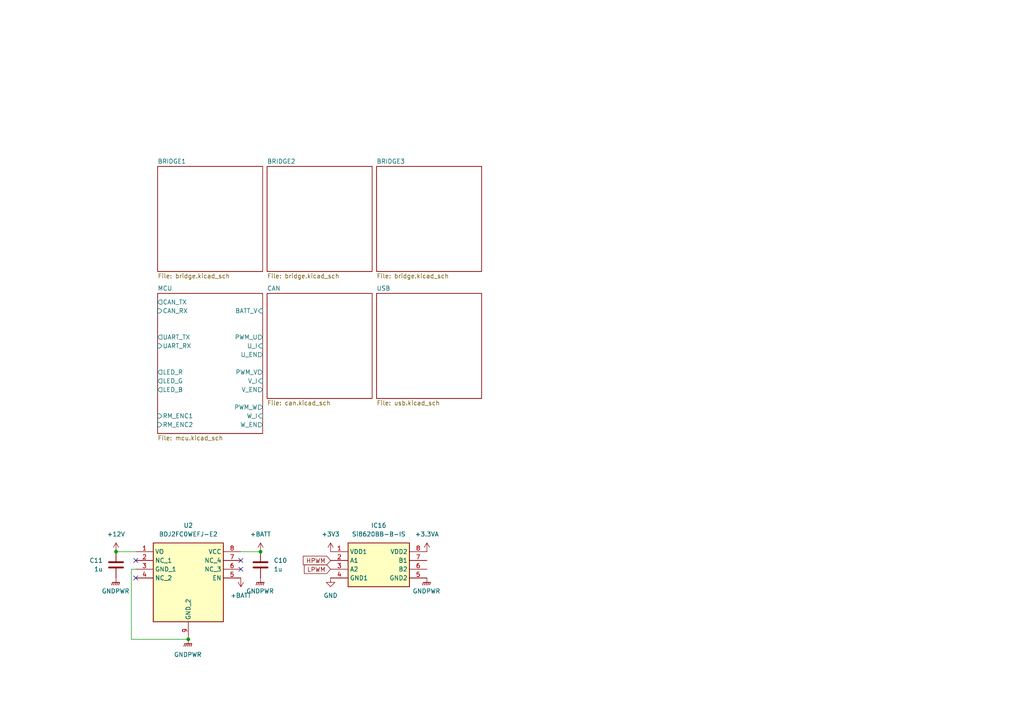
<source format=kicad_sch>
(kicad_sch (version 20230121) (generator eeschema)
  (paper "A4")
  (lib_symbols
    (symbol "BDJ2FC0WEFJ-E2:BDJ2FC0WEFJ-E2"
      (property "Reference" "U" (at 26.67 7.62 0))
      (property "Value" "BDJ2FC0WEFJ-E2" (at 26.67 5.08 0))
      (symbol "BDJ2FC0WEFJ-E2_1_1"
        (rectangle (start 5.08 2.54) (end 25.4 -20.32) (stroke (width 0.254)) (fill (type background)))
        (pin output line (at 0 0 0) (length 5.08) (name "VO") (number "1"))
        (pin passive line (at 0 -2.54 0) (length 5.08) (name "NC_1") (number "2"))
        (pin power_in line (at 0 -5.08 0) (length 5.08) (name "GND_1") (number "3"))
        (pin passive line (at 0 -7.62 0) (length 5.08) (name "NC_2") (number "4"))
        (pin input line (at 30.48 -7.62 180) (length 5.08) (name "EN") (number "5"))
        (pin passive line (at 30.48 -5.08 180) (length 5.08) (name "NC_3") (number "6"))
        (pin passive line (at 30.48 -2.54 180) (length 5.08) (name "NC_4") (number "7"))
        (pin power_in line (at 30.48 0 180) (length 5.08) (name "VCC") (number "8"))
        (pin power_in line (at 15.24 -25.4 90) (length 5.08) (name "GND_2") (number "9"))
      )
    )
    (symbol "Device:C" (pin_numbers hide) (pin_names (offset 0.254))
      (property "Reference" "C" (at 0.635 2.54 0))
      (property "Value" "C" (at 0.635 -2.54 0))
      (symbol "C_0_1"
        (polyline (pts (xy -2.032 -0.762) (xy 2.032 -0.762)) (stroke (width 0.508)))
        (polyline (pts (xy -2.032 0.762) (xy 2.032 0.762)) (stroke (width 0.508)))
      )
      (symbol "C_1_1"
        (pin passive line (at 0 3.81 270) (length 2.794) (name "~") (number "1"))
        (pin passive line (at 0 -3.81 90) (length 2.794) (name "~") (number "2"))
      )
    )
    (symbol "Si8620BB-B-IS:Si8620BB-B-IS"
      (property "Reference" "IC" (at 24.13 7.62 0))
      (property "Value" "Si8620BB-B-IS" (at 24.13 5.08 0))
      (symbol "Si8620BB-B-IS_1_1"
        (rectangle (start 5.08 2.54) (end 22.86 -10.16) (stroke (width 0.254)) (fill (type background)))
        (pin power_in line (at 0 0 0) (length 5.08) (name "VDD1") (number "1"))
        (pin input line (at 0 -2.54 0) (length 5.08) (name "A1") (number "2"))
        (pin input line (at 0 -5.08 0) (length 5.08) (name "A2") (number "3"))
        (pin power_in line (at 0 -7.62 0) (length 5.08) (name "GND1") (number "4"))
        (pin power_in line (at 27.94 -7.62 180) (length 5.08) (name "GND2") (number "5"))
        (pin output line (at 27.94 -5.08 180) (length 5.08) (name "B2") (number "6"))
        (pin output line (at 27.94 -2.54 180) (length 5.08) (name "B1") (number "7"))
        (pin power_in line (at 27.94 0 180) (length 5.08) (name "VDD2") (number "8"))
      )
    )
    (symbol "power:+12V" (power) (pin_names (offset 0))
      (property "Value" "+12V" (at 0 3.556 0))
      (symbol "+12V_0_1"
        (polyline (pts (xy -0.762 1.27) (xy 0 2.54)))
        (polyline (pts (xy 0 0) (xy 0 2.54)))
        (polyline (pts (xy 0 2.54) (xy 0.762 1.27)))
      )
      (symbol "+12V_1_1"
        (pin power_in line (at 0 0 90) (length 0) hide (name "+12V") (number "1"))
      )
    )
    (symbol "power:+3.3VA" (power) (pin_names (offset 0))
      (property "Value" "+3.3VA" (at 0 3.556 0))
      (symbol "+3.3VA_0_1"
        (polyline (pts (xy -0.762 1.27) (xy 0 2.54)))
        (polyline (pts (xy 0 0) (xy 0 2.54)))
        (polyline (pts (xy 0 2.54) (xy 0.762 1.27)))
      )
      (symbol "+3.3VA_1_1"
        (pin power_in line (at 0 0 90) (length 0) hide (name "+3.3VA") (number "1"))
      )
    )
    (symbol "power:+3V3" (power) (pin_names (offset 0))
      (property "Value" "+3V3" (at 0 3.556 0))
      (symbol "+3V3_0_1"
        (polyline (pts (xy -0.762 1.27) (xy 0 2.54)))
        (polyline (pts (xy 0 0) (xy 0 2.54)))
        (polyline (pts (xy 0 2.54) (xy 0.762 1.27)))
      )
      (symbol "+3V3_1_1"
        (pin power_in line (at 0 0 90) (length 0) hide (name "+3V3") (number "1"))
      )
    )
    (symbol "power:+BATT" (power) (pin_names (offset 0))
      (property "Value" "+BATT" (at 0 3.556 0))
      (symbol "+BATT_0_1"
        (polyline (pts (xy -0.762 1.27) (xy 0 2.54)))
        (polyline (pts (xy 0 0) (xy 0 2.54)))
        (polyline (pts (xy 0 2.54) (xy 0.762 1.27)))
      )
      (symbol "+BATT_1_1"
        (pin power_in line (at 0 0 90) (length 0) hide (name "+BATT") (number "1"))
      )
    )
    (symbol "power:GND" (power) (pin_names (offset 0))
      (property "Value" "GND" (at 0 -3.81 0))
      (symbol "GND_0_1"
        (polyline (pts (xy 0 0) (xy 0 -1.27) (xy 1.27 -1.27) (xy 0 -2.54) (xy -1.27 -1.27) (xy 0 -1.27)))
      )
      (symbol "GND_1_1"
        (pin power_in line (at 0 0 270) (length 0) hide (name "GND") (number "1"))
      )
    )
    (symbol "power:GNDPWR" (power) (pin_names (offset 0))
      (property "Value" "GNDPWR" (at 0 -3.302 0))
      (symbol "GNDPWR_0_1"
        (polyline (pts (xy 0 -1.27) (xy 0 0)))
        (polyline (pts (xy -1.016 -1.27) (xy -1.27 -2.032) (xy -1.27 -2.032)) (stroke (width 0.2032)))
        (polyline (pts (xy -0.508 -1.27) (xy -0.762 -2.032) (xy -0.762 -2.032)) (stroke (width 0.2032)))
        (polyline (pts (xy 0 -1.27) (xy -0.254 -2.032) (xy -0.254 -2.032)) (stroke (width 0.2032)))
        (polyline (pts (xy 0.508 -1.27) (xy 0.254 -2.032) (xy 0.254 -2.032)) (stroke (width 0.2032)))
        (polyline (pts (xy 1.016 -1.27) (xy -1.016 -1.27) (xy -1.016 -1.27)) (stroke (width 0.2032)))
        (polyline (pts (xy 1.016 -1.27) (xy 0.762 -2.032) (xy 0.762 -2.032) (xy 0.762 -2.032)) (stroke (width 0.2032)))
      )
      (symbol "GNDPWR_1_1"
        (pin power_in line (at 0 0 270) (length 0) hide (name "GNDPWR") (number "1"))
      )
    )
  )
  (junction (at 75.565 160.02))
  (junction (at 33.655 160.02))
  (junction (at 54.61 185.42))
  (no_connect (at 69.85 165.1))
  (no_connect (at 39.37 167.64))
  (no_connect (at 69.85 162.56))
  (no_connect (at 39.37 162.56))
  (wire (pts (xy 54.61 185.42) (xy 38.1 185.42)))
  (wire (pts (xy 33.655 160.02) (xy 39.37 160.02)))
  (wire (pts (xy 38.1 185.42) (xy 38.1 165.1)))
  (wire (pts (xy 69.85 160.02) (xy 75.565 160.02)))
  (wire (pts (xy 38.1 165.1) (xy 39.37 165.1)))
  (global_label "LPWM" (shape input) (at 95.885 165.1 180) (property "Intersheetrefs" "${INTERSHEET_REFS}" (effects hide)))
  (global_label "HPWM" (shape input) (at 95.885 162.56 180) (property "Intersheetrefs" "${INTERSHEET_REFS}" (effects hide)))
  (symbol (lib_id "Device:C") (at 75.565 163.83 180) (unit 1)
    (property "Reference" "C10" (at 79.375 162.56 0) (effects (justify right)))
    (property "Value" "1u" (at 79.375 165.1 0) (effects (justify right)))
  )
  (symbol (lib_id "BDJ2FC0WEFJ-E2:BDJ2FC0WEFJ-E2") (at 39.37 160.02 0) (unit 1)
    (property "Reference" "U2" (at 54.61 152.4 0))
    (property "Value" "BDJ2FC0WEFJ-E2" (at 54.61 154.94 0))
    (property "Footprint" "SOIC127P600X100-9N" (effects hide))
    (property "Datasheet" "http://uk.rs-online.com/web/p/products/1847548P" (effects hide))
    (property "Height" "1" (effects hide))
    (property "RS Part Number" "1847548P" (effects hide))
    (property "RS Price/Stock" "http://uk.rs-online.com/web/p/products/1847548P" (effects hide))
    (property "Manufacturer_Name" "ROHM Semiconductor" (effects hide))
    (property "Manufacturer_Part_Number" "BDJ2FC0WEFJ-E2" (effects hide))
  )
  (symbol (lib_id "power:GNDPWR") (at 75.565 167.64 0) (unit 1)
    (property "Reference" "#PWR032" (effects hide))
    (property "Value" "GNDPWR" (at 75.438 171.45 0))
  )
  (symbol (lib_id "power:GND") (at 95.885 167.64 0) (unit 1)
    (property "Reference" "#PWR038" (effects hide))
    (property "Value" "GND" (at 95.885 172.72 0))
  )
  (symbol (lib_id "Si8620BB-B-IS:Si8620BB-B-IS") (at 95.885 160.02 0) (unit 1)
    (property "Reference" "IC16" (at 109.855 152.4 0))
    (property "Value" "Si8620BB-B-IS" (at 109.855 154.94 0))
    (property "Footprint" "SOIC127P600X175-8N" (effects hide))
    (property "Datasheet" "http://uk.rs-online.com/web/p/products/8232189P" (effects hide))
    (property "Height" "1.75" (effects hide))
    (property "RS Part Number" "8232189P" (effects hide))
    (property "RS Price/Stock" "http://uk.rs-online.com/web/p/products/8232189P" (effects hide))
    (property "Manufacturer_Name" "Silicon Labs" (effects hide))
    (property "Manufacturer_Part_Number" "Si8620BB-B-IS" (effects hide))
  )
  (symbol (lib_id "power:+3V3") (at 95.885 160.02 0) (unit 1)
    (property "Reference" "#PWR031" (effects hide))
    (property "Value" "+3V3" (at 95.885 154.94 0))
  )
  (symbol (lib_id "Device:C") (at 33.655 163.83 0) (mirror x) (unit 1)
    (property "Reference" "C11" (at 29.845 162.56 0) (effects (justify right)))
    (property "Value" "1u" (at 29.845 165.1 0) (effects (justify right)))
  )
  (symbol (lib_id "power:+BATT") (at 75.565 160.02 0) (unit 1)
    (property "Reference" "#PWR033" (effects hide))
    (property "Value" "+BATT" (at 75.565 154.94 0))
  )
  (symbol (lib_id "power:GNDPWR") (at 33.655 167.64 0) (unit 1)
    (property "Reference" "#PWR036" (effects hide))
    (property "Value" "GNDPWR" (at 33.528 171.45 0))
  )
  (symbol (lib_id "power:+12V") (at 33.655 160.02 0) (unit 1)
    (property "Reference" "#PWR035" (effects hide))
    (property "Value" "+12V" (at 33.655 154.94 0))
  )
  (symbol (lib_id "power:GNDPWR") (at 123.825 167.64 0) (unit 1)
    (property "Reference" "#PWR040" (effects hide))
    (property "Value" "GNDPWR" (at 123.698 171.45 0))
  )
  (symbol (lib_id "power:GNDPWR") (at 54.61 185.42 0) (unit 1)
    (property "Reference" "#PWR037" (effects hide))
    (property "Value" "GNDPWR" (at 54.483 189.865 0))
  )
  (symbol (lib_id "power:+3.3VA") (at 123.825 160.02 0) (unit 1)
    (property "Reference" "#PWR039" (effects hide))
    (property "Value" "+3.3VA" (at 123.825 154.94 0))
  )
  (symbol (lib_id "power:+BATT") (at 69.85 167.64 180) (unit 1)
    (property "Reference" "#PWR034" (effects hide))
    (property "Value" "+BATT" (at 69.85 172.72 0))
  )
  (sheet (at 77.47 48.26) (size 30.48 30.48) (stroke (width 0.1524))
    (property "Sheetname" "BRIDGE2" (at 77.47 47.5484 0) (effects (justify left bottom)))
    (property "Sheetfile" "bridge.kicad_sch" (at 77.47 79.3246 0) (effects (justify left top)))
  )
  (sheet (at 109.22 85.09) (size 30.48 30.48) (stroke (width 0.1524))
    (property "Sheetname" "USB" (at 109.22 84.3784 0) (effects (justify left bottom)))
    (property "Sheetfile" "usb.kicad_sch" (at 109.22 116.1546 0) (effects (justify left top)))
  )
  (sheet (at 109.22 48.26) (size 30.48 30.48) (stroke (width 0.1524))
    (property "Sheetname" "BRIDGE3" (at 109.22 47.5484 0) (effects (justify left bottom)))
    (property "Sheetfile" "bridge.kicad_sch" (at 109.22 79.3246 0) (effects (justify left top)))
  )
  (sheet (at 45.72 48.26) (size 30.48 30.48) (stroke (width 0.1524))
    (property "Sheetname" "BRIDGE1" (at 45.72 47.5484 0) (effects (justify left bottom)))
    (property "Sheetfile" "bridge.kicad_sch" (at 45.72 79.3246 0) (effects (justify left top)))
  )
  (sheet (at 45.72 85.09) (size 30.48 40.64) (stroke (width 0.1524))
    (property "Sheetname" "MCU" (at 45.72 84.3784 0) (effects (justify left bottom)))
    (property "Sheetfile" "mcu.kicad_sch" (at 45.72 126.3146 0) (effects (justify left top)))
    (pin "RM_ENC1" input (at 45.72 120.65 180))
    (pin "RM_ENC2" input (at 45.72 123.19 180))
    (pin "LED_G" output (at 45.72 110.49 180))
    (pin "LED_R" output (at 45.72 107.95 180))
    (pin "LED_B" output (at 45.72 113.03 180))
    (pin "U_I" input (at 76.2 100.33 0))
    (pin "PWM_V" output (at 76.2 107.95 0))
    (pin "PWM_W" output (at 76.2 118.11 0))
    (pin "W_I" input (at 76.2 120.65 0))
    (pin "BATT_V" input (at 76.2 90.17 0))
    (pin "UART_RX" input (at 45.72 100.33 180))
    (pin "W_EN" output (at 76.2 123.19 0))
    (pin "UART_TX" output (at 45.72 97.79 180))
    (pin "U_EN" output (at 76.2 102.87 0))
    (pin "V_EN" output (at 76.2 113.03 0))
    (pin "CAN_RX" input (at 45.72 90.17 180))
    (pin "PWM_U" output (at 76.2 97.79 0))
    (pin "CAN_TX" output (at 45.72 87.63 180))
    (pin "V_I" input (at 76.2 110.49 0))
  )
  (sheet (at 77.47 85.09) (size 30.48 30.48) (stroke (width 0.1524))
    (property "Sheetname" "CAN" (at 77.47 84.3784 0) (effects (justify left bottom)))
    (property "Sheetfile" "can.kicad_sch" (at 77.47 116.1546 0) (effects (justify left top)))
  )
)
</source>
